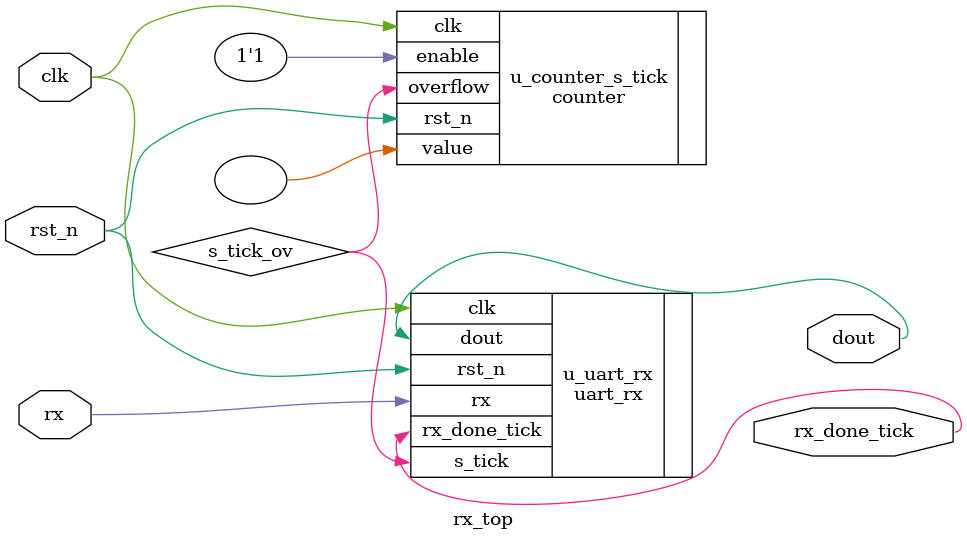
<source format=sv>
module rx_top #(
    parameter BIT_TICKS = 54
)(
    input logic clk,
    input logic rst_n,
    input logic rx,
    output logic rx_done_tick,
    output logic dout
);

wire logic s_tick_ov;

counter #(.RST_VALUE(BIT_TICKS)) u_counter_s_tick (
    .clk,
    .rst_n,
    .enable(1'b1),
    .overflow(s_tick_ov),
    .value()
);

uart_rx u_uart_rx (
    .clk,
    .rst_n,
    .s_tick(s_tick_ov),
    .rx(rx),
    .dout(dout),
    .rx_done_tick(rx_done_tick)
);

endmodule
</source>
